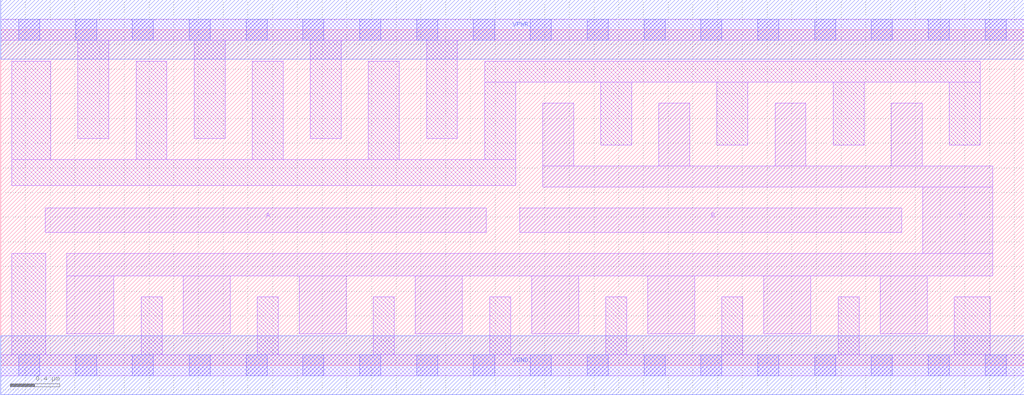
<source format=lef>
# Copyright 2020 The SkyWater PDK Authors
#
# Licensed under the Apache License, Version 2.0 (the "License");
# you may not use this file except in compliance with the License.
# You may obtain a copy of the License at
#
#     https://www.apache.org/licenses/LICENSE-2.0
#
# Unless required by applicable law or agreed to in writing, software
# distributed under the License is distributed on an "AS IS" BASIS,
# WITHOUT WARRANTIES OR CONDITIONS OF ANY KIND, either express or implied.
# See the License for the specific language governing permissions and
# limitations under the License.
#
# SPDX-License-Identifier: Apache-2.0

VERSION 5.7 ;
BUSBITCHARS "[]" ;
DIVIDERCHAR "/" ;
PROPERTYDEFINITIONS
  MACRO maskLayoutSubType STRING ;
  MACRO prCellType STRING ;
  MACRO originalViewName STRING ;
END PROPERTYDEFINITIONS
MACRO sky130_fd_sc_hdll__nor2_8
  ORIGIN  0.000000  0.000000 ;
  CLASS CORE ;
  SYMMETRY X Y R90 ;
  SIZE  8.280000 BY  2.720000 ;
  SITE unithd ;
  PIN A
    ANTENNAGATEAREA  2.220000 ;
    DIRECTION INPUT ;
    USE SIGNAL ;
    PORT
      LAYER li1 ;
        RECT 0.360000 1.075000 3.930000 1.275000 ;
    END
  END A
  PIN B
    ANTENNAGATEAREA  2.220000 ;
    DIRECTION INPUT ;
    USE SIGNAL ;
    PORT
      LAYER li1 ;
        RECT 4.200000 1.075000 7.290000 1.275000 ;
    END
  END B
  PIN VGND
    DIRECTION INOUT ;
    USE SIGNAL ;
    PORT
      LAYER met1 ;
        RECT 0.000000 -0.240000 8.280000 0.240000 ;
    END
  END VGND
  PIN VPWR
    DIRECTION INOUT ;
    USE SIGNAL ;
    PORT
      LAYER met1 ;
        RECT 0.000000 2.480000 8.280000 2.960000 ;
    END
  END VPWR
  PIN Y
    ANTENNADIFFAREA  2.889000 ;
    DIRECTION OUTPUT ;
    USE SIGNAL ;
    PORT
      LAYER li1 ;
        RECT 0.535000 0.255000 0.915000 0.725000 ;
        RECT 0.535000 0.725000 8.025000 0.905000 ;
        RECT 1.475000 0.255000 1.855000 0.725000 ;
        RECT 2.415000 0.255000 2.795000 0.725000 ;
        RECT 3.355000 0.255000 3.735000 0.725000 ;
        RECT 4.295000 0.255000 4.675000 0.725000 ;
        RECT 4.385000 1.445000 8.025000 1.615000 ;
        RECT 4.385000 1.615000 4.635000 2.125000 ;
        RECT 5.235000 0.255000 5.615000 0.725000 ;
        RECT 5.325000 1.615000 5.575000 2.125000 ;
        RECT 6.175000 0.255000 6.555000 0.725000 ;
        RECT 6.265000 1.615000 6.515000 2.125000 ;
        RECT 7.115000 0.255000 7.495000 0.725000 ;
        RECT 7.205000 1.615000 7.455000 2.125000 ;
        RECT 7.460000 0.905000 8.025000 1.445000 ;
    END
  END Y
  OBS
    LAYER li1 ;
      RECT 0.000000 -0.085000 8.280000 0.085000 ;
      RECT 0.000000  2.635000 8.280000 2.805000 ;
      RECT 0.090000  0.085000 0.365000 0.905000 ;
      RECT 0.090000  1.455000 4.165000 1.665000 ;
      RECT 0.090000  1.665000 0.405000 2.465000 ;
      RECT 0.625000  1.835000 0.875000 2.635000 ;
      RECT 1.095000  1.665000 1.345000 2.465000 ;
      RECT 1.135000  0.085000 1.305000 0.555000 ;
      RECT 1.565000  1.835000 1.815000 2.635000 ;
      RECT 2.035000  1.665000 2.285000 2.465000 ;
      RECT 2.075000  0.085000 2.245000 0.555000 ;
      RECT 2.505000  1.835000 2.755000 2.635000 ;
      RECT 2.975000  1.665000 3.225000 2.465000 ;
      RECT 3.015000  0.085000 3.185000 0.555000 ;
      RECT 3.445000  1.835000 3.695000 2.635000 ;
      RECT 3.915000  1.665000 4.165000 2.295000 ;
      RECT 3.915000  2.295000 7.925000 2.465000 ;
      RECT 3.955000  0.085000 4.125000 0.555000 ;
      RECT 4.855000  1.785000 5.105000 2.295000 ;
      RECT 4.895000  0.085000 5.065000 0.555000 ;
      RECT 5.795000  1.785000 6.045000 2.295000 ;
      RECT 5.835000  0.085000 6.005000 0.555000 ;
      RECT 6.735000  1.785000 6.985000 2.295000 ;
      RECT 6.775000  0.085000 6.945000 0.555000 ;
      RECT 7.675000  1.785000 7.925000 2.295000 ;
      RECT 7.715000  0.085000 8.005000 0.555000 ;
    LAYER mcon ;
      RECT 0.145000 -0.085000 0.315000 0.085000 ;
      RECT 0.145000  2.635000 0.315000 2.805000 ;
      RECT 0.605000 -0.085000 0.775000 0.085000 ;
      RECT 0.605000  2.635000 0.775000 2.805000 ;
      RECT 1.065000 -0.085000 1.235000 0.085000 ;
      RECT 1.065000  2.635000 1.235000 2.805000 ;
      RECT 1.525000 -0.085000 1.695000 0.085000 ;
      RECT 1.525000  2.635000 1.695000 2.805000 ;
      RECT 1.985000 -0.085000 2.155000 0.085000 ;
      RECT 1.985000  2.635000 2.155000 2.805000 ;
      RECT 2.445000 -0.085000 2.615000 0.085000 ;
      RECT 2.445000  2.635000 2.615000 2.805000 ;
      RECT 2.905000 -0.085000 3.075000 0.085000 ;
      RECT 2.905000  2.635000 3.075000 2.805000 ;
      RECT 3.365000 -0.085000 3.535000 0.085000 ;
      RECT 3.365000  2.635000 3.535000 2.805000 ;
      RECT 3.825000 -0.085000 3.995000 0.085000 ;
      RECT 3.825000  2.635000 3.995000 2.805000 ;
      RECT 4.285000 -0.085000 4.455000 0.085000 ;
      RECT 4.285000  2.635000 4.455000 2.805000 ;
      RECT 4.745000 -0.085000 4.915000 0.085000 ;
      RECT 4.745000  2.635000 4.915000 2.805000 ;
      RECT 5.205000 -0.085000 5.375000 0.085000 ;
      RECT 5.205000  2.635000 5.375000 2.805000 ;
      RECT 5.665000 -0.085000 5.835000 0.085000 ;
      RECT 5.665000  2.635000 5.835000 2.805000 ;
      RECT 6.125000 -0.085000 6.295000 0.085000 ;
      RECT 6.125000  2.635000 6.295000 2.805000 ;
      RECT 6.585000 -0.085000 6.755000 0.085000 ;
      RECT 6.585000  2.635000 6.755000 2.805000 ;
      RECT 7.045000 -0.085000 7.215000 0.085000 ;
      RECT 7.045000  2.635000 7.215000 2.805000 ;
      RECT 7.505000 -0.085000 7.675000 0.085000 ;
      RECT 7.505000  2.635000 7.675000 2.805000 ;
      RECT 7.965000 -0.085000 8.135000 0.085000 ;
      RECT 7.965000  2.635000 8.135000 2.805000 ;
  END
  PROPERTY maskLayoutSubType "abstract" ;
  PROPERTY prCellType "standard" ;
  PROPERTY originalViewName "layout" ;
END sky130_fd_sc_hdll__nor2_8

</source>
